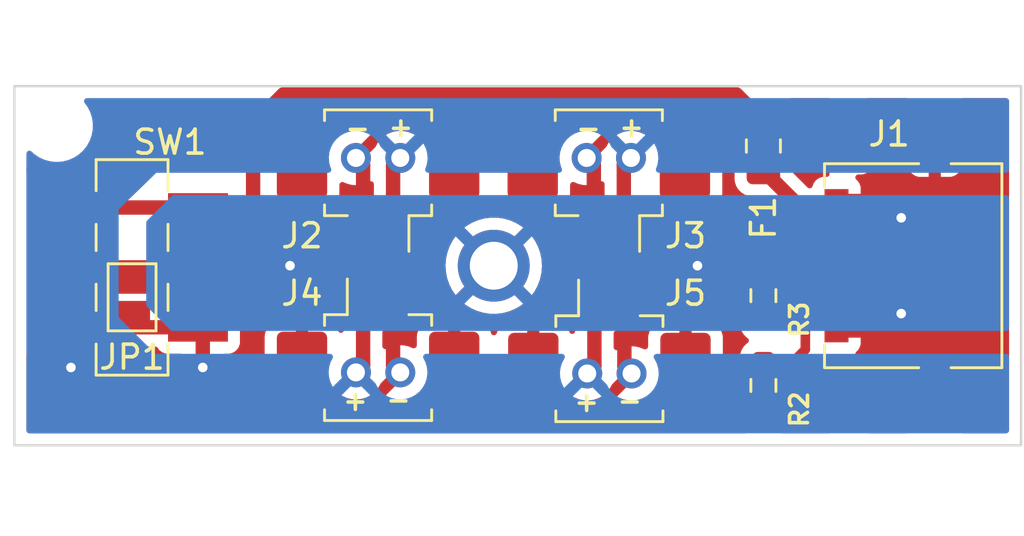
<source format=kicad_pcb>
(kicad_pcb (version 20211014) (generator pcbnew)
  (layers (0 "F.Cu" signal) (31 "B.Cu" signal) (34 "B.Paste" user) (35 "F.Paste" user) (36 "B.SilkS" user "B.Silkscreen") (37 "F.SilkS" user "F.Silkscreen") (38 "B.Mask" user) (39 "F.Mask" user) (44 "Edge.Cuts" user))
  (net 0 "")
  (net 1 "GND")
  (net 2 "/CC1")
  (net 3 "/CC2")
  (net 4 "Power_postSwitch")
  (net 5 "/VBUS")
  (net 6 "unconnected-(SW1-Pad3)")
  (net 7 "/Power_postFuse")
  (footprint "" (layer "F.Cu") (at 116.1 61.954548 180)
    (fp_text reference "" (at 0 0) (layer "F.SilkS") (effects (font (size 1.27 1.27))))
    (fp_text value "" (at 0 0) (layer "F.SilkS") (effects (font (size 1.27 1.27))))
    (pad "" thru_hole circle (at 0 0 270) (size 1.25 1.25) (drill 0.75) (layers F&B.Cu *.Mask) (net 1 "GND"))
  )
  (footprint "" (layer "F.Cu") (at 123.9 62 180)
    (fp_text reference "" (at 0 0) (layer "F.SilkS") (effects (font (size 1.27 1.27))))
    (fp_text value "" (at 0 0) (layer "F.SilkS") (effects (font (size 1.27 1.27))))
    (pad "" thru_hole circle (at 0 0 270) (size 1.25 1.25) (drill 0.75) (layers F&B.Cu *.Mask) (net 4 "Power_postSwitch"))
  )
  (footprint "" (layer "F.Cu") (at 101.77 51.66)
    (fp_text reference "" (at 0 0) (layer "F.SilkS") (effects (font (size 1.27 1.27))))
    (fp_text value "" (at 0 0) (layer "F.SilkS") (effects (font (size 1.27 1.27))))
    (pad "" np_thru_hole circle (at 0 0 90) (size 2 2) (drill 2) (layers F&B.Cu *.Mask))
  )
  (footprint "Connector_Molex:Molex_PicoBlade_53261-0271_1x02-1MP_P1.25mm_Horizontal" (layer "F.Cu") (at 124.825 61.3)
    (fp_text reference "J5" (at 3.175 -2.65) (layer "F.SilkS"))
    (fp_text value "Conn_01x02_MountingPin")
    (fp_line (start 2.235 2.71) (end 2.235 2.26) (layer "F.SilkS") (width 0.12))
    (fp_line (start -2.235 2.26) (end -2.235 2.71) (layer "F.SilkS") (width 0.12))
    (fp_line (start 2.235 -1.71) (end 1.285 -1.71) (layer "F.SilkS") (width 0.12))
    (fp_line (start -2.235 -1.26) (end -2.235 -1.71) (layer "F.SilkS") (width 0.12))
    (fp_line (start -1.285 -1.71) (end -1.285 -3.2) (layer "F.SilkS") (width 0.12))
    (fp_line (start -2.235 2.71) (end 2.235 2.71) (layer "F.SilkS") (width 0.12))
    (fp_line (start -2.235 -1.71) (end -1.285 -1.71) (layer "F.SilkS") (width 0.12))
    (fp_line (start 2.235 -1.26) (end 2.235 -1.71) (layer "F.SilkS") (width 0.12))
    (pad "1" smd roundrect (at -0.625 -2.4) (size 0.8 1.6) (layers "F.Cu" "F.Paste" "F.Mask") (net 4 "Power_postSwitch"))
    (pad "2" smd roundrect (at 0.625 -2.4) (size 0.8 1.6) (layers "F.Cu" "F.Paste" "F.Mask") (net 1 "GND"))
    (pad "MP" smd roundrect (at -3.175 0.5) (size 2.1 3) (layers "F.Cu" "F.Paste" "F.Mask") (roundrect_rratio 0.1190480952) (net 1 "GND"))
    (pad "MP" smd roundrect (at 3.175 0.5) (size 2.1 3) (layers "F.Cu" "F.Paste" "F.Mask") (roundrect_rratio 0.1190480952) (net 1 "GND"))
  )
  (footprint "Connector_Molex:Molex_PicoBlade_53261-0271_1x02-1MP_P1.25mm_Horizontal" (layer "F.Cu") (at 124.800994 53.7 180)
    (fp_text reference "J3" (at -3.199006 -2.55) (layer "F.SilkS"))
    (fp_text value "Conn_01x02_MountingPin")
    (fp_line (start 2.235 -1.71) (end 1.285 -1.71) (layer "F.SilkS") (width 0.12))
    (fp_line (start -1.285 -1.71) (end -1.285 -3.2) (layer "F.SilkS") (width 0.12))
    (fp_line (start 2.235 -1.26) (end 2.235 -1.71) (layer "F.SilkS") (width 0.12))
    (fp_line (start -2.235 2.71) (end 2.235 2.71) (layer "F.SilkS") (width 0.12))
    (fp_line (start -2.235 -1.26) (end -2.235 -1.71) (layer "F.SilkS") (width 0.12))
    (fp_line (start 2.235 2.71) (end 2.235 2.26) (layer "F.SilkS") (width 0.12))
    (fp_line (start -2.235 -1.71) (end -1.285 -1.71) (layer "F.SilkS") (width 0.12))
    (fp_line (start -2.235 2.26) (end -2.235 2.71) (layer "F.SilkS") (width 0.12))
    (pad "1" smd roundrect (at -0.625 -2.4 180) (size 0.8 1.6) (layers "F.Cu" "F.Paste" "F.Mask") (net 4 "Power_postSwitch"))
    (pad "2" smd roundrect (at 0.625 -2.4 180) (size 0.8 1.6) (layers "F.Cu" "F.Paste" "F.Mask") (net 1 "GND"))
    (pad "MP" smd roundrect (at -3.175 0.5 180) (size 2.1 3) (layers "F.Cu" "F.Paste" "F.Mask") (roundrect_rratio 0.1190480952) (net 1 "GND"))
    (pad "MP" smd roundrect (at 3.175 0.5 180) (size 2.1 3) (layers "F.Cu" "F.Paste" "F.Mask") (roundrect_rratio 0.1190480952) (net 1 "GND"))
  )
  (footprint "" (layer "F.Cu") (at 123.875994 53)
    (fp_text reference "" (at 0 0) (layer "F.SilkS") (effects (font (size 1.27 1.27))))
    (fp_text value "" (at 0 0) (layer "F.SilkS") (effects (font (size 1.27 1.27))))
    (pad "" thru_hole circle (at 0 0 90) (size 1.25 1.25) (drill 0.75) (layers F&B.Cu *.Mask) (net 1 "GND"))
  )
  (footprint "sensorstrip:JS202011SCQN" (layer "F.Cu") (at 104.91 57.57 90)
    (fp_text reference "SW1" (at 5.23 1.58) (layer "F.SilkS"))
    (fp_text value "SW_DPDT_x2")
    (fp_line (start 3.2 -1.5) (end 4.5 -1.5) (layer "F.SilkS") (width 0.12))
    (fp_line (start -4.5 1.5) (end -3.2 1.5) (layer "F.SilkS") (width 0.12))
    (fp_line (start -1.8 -1.5) (end -0.7 -1.5) (layer "F.SilkS") (width 0.12))
    (fp_line (start 4.5 -1.5) (end 4.5 1.5) (layer "F.SilkS") (width 0.12))
    (fp_line (start -4.5 -1.5) (end -4.5 1.5) (layer "F.SilkS") (width 0.12))
    (fp_line (start 0.7 -1.5) (end 1.8 -1.5) (layer "F.SilkS") (width 0.12))
    (fp_line (start -1.8 1.5) (end -0.7 1.5) (layer "F.SilkS") (width 0.12))
    (fp_line (start -4.5 -1.5) (end -3.2 -1.5) (layer "F.SilkS") (width 0.12))
    (fp_line (start 0.7 1.5) (end 1.8 1.5) (layer "F.SilkS") (width 0.12))
    (fp_line (start 3.2 1.5) (end 4.5 1.5) (layer "F.SilkS") (width 0.12))
    (pad "1" smd rect (at -2.5 2.75 90) (size 1.2 2.5) (layers "F.Cu" "F.Paste" "F.Mask") (net 4 "Power_postSwitch"))
    (pad "2" smd rect (at 0 2.75 90) (size 1.2 2.5) (layers "F.Cu" "F.Paste" "F.Mask") (net 7 "/Power_postFuse"))
    (pad "3" smd rect (at 2.5 2.75 90) (size 1.2 2.5) (layers "F.Cu" "F.Paste" "F.Mask") (net 6 "unconnected-(SW1-Pad3)"))
    (pad "4" smd rect (at -2.5 -2.75 90) (size 1.2 2.5) (layers "F.Cu" "F.Paste" "F.Mask") (net 4 "Power_postSwitch"))
    (pad "5" smd rect (at 0 -2.75 90) (size 1.2 2.5) (layers "F.Cu" "F.Paste" "F.Mask") (net 7 "/Power_postFuse"))
    (pad "6" smd rect (at 2.5 -2.75 90) (size 1.2 2.5) (layers "F.Cu" "F.Paste" "F.Mask") (net 6 "unconnected-(SW1-Pad3)"))
  )
  (footprint "Fuse:Fuse_0805_2012Metric_Pad1.15x1.40mm_HandSolder" (layer "F.Cu") (at 131.25 52.5 90)
    (fp_text reference "F1" (at -3 0 90) (layer "F.SilkS"))
    (fp_text value "Polyfuse")
    (fp_line (start -0.261252 0.71) (end 0.261252 0.71) (layer "F.SilkS") (width 0.12))
    (fp_line (start -0.261252 -0.71) (end 0.261252 -0.71) (layer "F.SilkS") (width 0.12))
    (pad "1" smd roundrect (at -1.025 0 90) (size 1.15 1.4) (layers "F.Cu" "F.Paste" "F.Mask") (roundrect_rratio 0.2173913043) (net 5 "/VBUS"))
    (pad "2" smd roundrect (at 1.025 0 90) (size 1.15 1.4) (layers "F.Cu" "F.Paste" "F.Mask") (roundrect_rratio 0.2173913043) (net 7 "/Power_postFuse"))
  )
  (footprint "Jumper:SolderJumper-2_P1.3mm_Open_Pad1.0x1.5mm" (layer "F.Cu") (at 104.91 58.82 90)
    (fp_text reference "JP1" (at -2.5 0) (layer "F.SilkS"))
    (fp_text value "SolderJumper_2_Open")
    (fp_line (start 1.4 1) (end -1.4 1) (layer "F.SilkS") (width 0.12))
    (fp_line (start -1.4 1) (end -1.4 -1) (layer "F.SilkS") (width 0.12))
    (fp_line (start -1.4 -1) (end 1.4 -1) (layer "F.SilkS") (width 0.12))
    (fp_line (start 1.4 -1) (end 1.4 1) (layer "F.SilkS") (width 0.12))
    (pad "1" smd rect (at -0.65 0 90) (size 1 1.5) (layers "F.Cu" "F.Mask") (net 4 "Power_postSwitch"))
    (pad "2" smd rect (at 0.65 0 90) (size 1 1.5) (layers "F.Cu" "F.Mask") (net 7 "/Power_postFuse"))
  )
  (footprint "" (layer "F.Cu") (at 120.025 57.75)
    (fp_text reference "" (at 0 0) (layer "F.SilkS") (effects (font (size 1.27 1.27))))
    (fp_text value "" (at 0 0) (layer "F.SilkS") (effects (font (size 1.27 1.27))))
    (pad "" thru_hole circle (at -0.025 -0.25 90) (size 3 3) (drill 2) (layers *.Cu *.Mask) (net 1 "GND"))
  )
  (footprint "Resistor_SMD:R_0603_1608Metric_Pad0.98x0.95mm_HandSolder" (layer "F.Cu") (at 131.25 58.75 -90)
    (fp_text reference "R3" (at 1 -1.5 90) (layer "F.SilkS") (effects (font (size 0.75 0.75))))
    (fp_text value "5.1K")
    (fp_line (start -0.254724 0.5225) (end 0.254724 0.5225) (layer "F.SilkS") (width 0.12))
    (fp_line (start -0.254724 -0.5225) (end 0.254724 -0.5225) (layer "F.SilkS") (width 0.12))
    (pad "1" smd roundrect (at -0.9125 0 270) (size 0.975 0.95) (layers "F.Cu" "F.Paste" "F.Mask") (net 1 "GND"))
    (pad "2" smd roundrect (at 0.9125 0 270) (size 0.975 0.95) (layers "F.Cu" "F.Paste" "F.Mask") (net 3 "/CC2"))
  )
  (footprint "Connector_Molex:Molex_PicoBlade_53261-0271_1x02-1MP_P1.25mm_Horizontal" (layer "F.Cu") (at 115.175 53.7 180)
    (fp_text reference "J2" (at 3.175 -2.55) (layer "F.SilkS"))
    (fp_text value "Conn_01x02_MountingPin")
    (fp_line (start -2.235 2.26) (end -2.235 2.71) (layer "F.SilkS") (width 0.12))
    (fp_line (start -1.285 -1.71) (end -1.285 -3.2) (layer "F.SilkS") (width 0.12))
    (fp_line (start -2.235 2.71) (end 2.235 2.71) (layer "F.SilkS") (width 0.12))
    (fp_line (start -2.235 -1.26) (end -2.235 -1.71) (layer "F.SilkS") (width 0.12))
    (fp_line (start 2.235 -1.26) (end 2.235 -1.71) (layer "F.SilkS") (width 0.12))
    (fp_line (start -2.235 -1.71) (end -1.285 -1.71) (layer "F.SilkS") (width 0.12))
    (fp_line (start 2.235 2.71) (end 2.235 2.26) (layer "F.SilkS") (width 0.12))
    (fp_line (start 2.235 -1.71) (end 1.285 -1.71) (layer "F.SilkS") (width 0.12))
    (pad "1" smd roundrect (at -0.625 -2.4 180) (size 0.8 1.6) (layers "F.Cu" "F.Paste" "F.Mask") (net 4 "Power_postSwitch"))
    (pad "2" smd roundrect (at 0.625 -2.4 180) (size 0.8 1.6) (layers "F.Cu" "F.Paste" "F.Mask") (net 1 "GND"))
    (pad "MP" smd roundrect (at -3.175 0.5 180) (size 2.1 3) (layers "F.Cu" "F.Paste" "F.Mask") (roundrect_rratio 0.1190480952) (net 1 "GND"))
    (pad "MP" smd roundrect (at 3.175 0.5 180) (size 2.1 3) (layers "F.Cu" "F.Paste" "F.Mask") (roundrect_rratio 0.1190480952) (net 1 "GND"))
  )
  (footprint "" (layer "F.Cu") (at 114.575 53)
    (fp_text reference "" (at 0 0) (layer "F.SilkS") (effects (font (size 1.27 1.27))))
    (fp_text value "" (at 0 0) (layer "F.SilkS") (effects (font (size 1.27 1.27))))
    (pad "" thru_hole circle (at -0.325 0 90) (size 1.25 1.25) (drill 0.75) (layers *.Cu *.Mask) (net 1 "GND"))
  )
  (footprint "sensorstrip:DEALON USB Type-C 6Pin" (layer "F.Cu") (at 134.3 57.5 90)
    (fp_text reference "J1" (at 5.5 2.195 unlocked) (layer "F.SilkS"))
    (fp_text value "USB_C_Receptacle_PowerOnly")
    (fp_line (start 4.26 4.78) (end 4.26 6.9) (layer "F.SilkS") (width 0.12))
    (fp_line (start -4.26 -0.5) (end -4.26 3.43) (layer "F.SilkS") (width 0.12))
    (fp_line (start -4.26 4.78) (end -4.26 6.9) (layer "F.SilkS") (width 0.12))
    (fp_line (start 4.26 3.43) (end 4.26 -0.5) (layer "F.SilkS") (width 0.12))
    (fp_line (start -3.3 -0.5) (end -4.25 -0.5) (layer "F.SilkS") (width 0.12))
    (fp_line (start -4.26 6.9) (end 4.26 6.9) (layer "F.SilkS") (width 0.12))
    (fp_line (start 4.26 -0.5) (end 3.3 -0.5) (layer "F.SilkS") (width 0.12))
    (pad "A5" smd rect (at -0.5 0 90) (size 0.7 1) (layers "F.Cu" "F.Paste" "F.Mask") (net 2 "/CC1"))
    (pad "A9" smd rect (at 1.52 0 90) (size 0.8 1) (layers "F.Cu" "F.Paste" "F.Mask") (net 5 "/VBUS"))
    (pad "A12" smd rect (at 2.75 0 90) (size 0.9 1) (layers "F.Cu" "F.Paste" "F.Mask") (net 1 "GND"))
    (pad "B5" smd rect (at 0.5 0 90) (size 0.7 1) (layers "F.Cu" "F.Paste" "F.Mask") (net 3 "/CC2"))
    (pad "B9" smd rect (at -1.52 0 90) (size 0.8 1) (layers "F.Cu" "F.Paste" "F.Mask") (net 5 "/VBUS"))
    (pad "B12" smd rect (at -2.75 0 90) (size 0.9 1) (layers "F.Cu" "F.Paste" "F.Mask") (net 1 "GND"))
    (pad "S1" smd rect (at 5.32 0.5 90) (size 2 1) (layers "F.Cu" "F.Paste" "F.Mask") (net 1 "GND"))
    (pad "S1" smd rect (at -5.32 0.5 90) (size 2 1) (layers "F.Cu" "F.Paste" "F.Mask") (net 1 "GND"))
    (pad "S1" smd rect (at 5.42 4.1 90) (size 2.4 1.2) (layers "F.Cu" "F.Paste" "F.Mask") (net 1 "GND"))
    (pad "S1" smd rect (at -5.42 4.1 90) (size 2.4 1.2) (layers "F.Cu" "F.Paste" "F.Mask") (net 1 "GND"))
  )
  (footprint "Resistor_SMD:R_0603_1608Metric_Pad0.98x0.95mm_HandSolder" (layer "F.Cu") (at 131.25 62.5 90)
    (fp_text reference "R2" (at -1 1.5 90) (layer "F.SilkS") (effects (font (size 0.75 0.75))))
    (fp_text value "5.1K")
    (fp_line (start -0.254724 -0.5225) (end 0.254724 -0.5225) (layer "F.SilkS") (width 0.12))
    (fp_line (start -0.254724 0.5225) (end 0.254724 0.5225) (layer "F.SilkS") (width 0.12))
    (pad "1" smd roundrect (at -0.9125 0 90) (size 0.975 0.95) (layers "F.Cu" "F.Paste" "F.Mask") (net 1 "GND"))
    (pad "2" smd roundrect (at 0.9125 0 90) (size 0.975 0.95) (layers "F.Cu" "F.Paste" "F.Mask") (net 2 "/CC1"))
  )
  (footprint "" (layer "F.Cu") (at 114.25 61.954548 180)
    (fp_text reference "" (at 0 0) (layer "F.SilkS") (effects (font (size 1.27 1.27))))
    (fp_text value "" (at 0 0) (layer "F.SilkS") (effects (font (size 1.27 1.27))))
    (pad "" thru_hole circle (at 0 0 270) (size 1.25 1.25) (drill 0.75) (layers F&B.Cu *.Mask) (net 4 "Power_postSwitch"))
  )
  (footprint "" (layer "F.Cu") (at 125.725994 53)
    (fp_text reference "" (at 0 0) (layer "F.SilkS") (effects (font (size 1.27 1.27))))
    (fp_text value "" (at 0 0) (layer "F.SilkS") (effects (font (size 1.27 1.27))))
    (pad "" thru_hole circle (at 0 0 90) (size 1.25 1.25) (drill 0.75) (layers F&B.Cu *.Mask) (net 4 "Power_postSwitch"))
  )
  (footprint "" (layer "F.Cu") (at 116.075 53)
    (fp_text reference "" (at 0 0) (layer "F.SilkS") (effects (font (size 1.27 1.27))))
    (fp_text value "" (at 0 0) (layer "F.SilkS") (effects (font (size 1.27 1.27))))
    (pad "" thru_hole circle (at 0.025 0 90) (size 1.25 1.25) (drill 0.75) (layers *.Cu *.Mask) (net 4 "Power_postSwitch"))
  )
  (footprint "" (layer "F.Cu") (at 125.75 62 180)
    (fp_text reference "" (at 0 0) (layer "F.SilkS") (effects (font (size 1.27 1.27))))
    (fp_text value "" (at 0 0) (layer "F.SilkS") (effects (font (size 1.27 1.27))))
    (pad "" thru_hole circle (at 0 0 270) (size 1.25 1.25) (drill 0.75) (layers F&B.Cu *.Mask) (net 1 "GND"))
  )
  (footprint "Connector_Molex:Molex_PicoBlade_53261-0271_1x02-1MP_P1.25mm_Horizontal" (layer "F.Cu") (at 115.175 61.254548)
    (fp_text reference "J4" (at -3.175 -2.604548) (layer "F.SilkS"))
    (fp_text value "Conn_01x02_MountingPin")
    (fp_line (start -2.235 -1.71) (end -1.285 -1.71) (layer "F.SilkS") (width 0.12))
    (fp_line (start -2.235 2.26) (end -2.235 2.71) (layer "F.SilkS") (width 0.12))
    (fp_line (start 2.235 -1.71) (end 1.285 -1.71) (layer "F.SilkS") (width 0.12))
    (fp_line (start 2.235 2.71) (end 2.235 2.26) (layer "F.SilkS") (width 0.12))
    (fp_line (start -2.235 -1.26) (end -2.235 -1.71) (layer "F.SilkS") (width 0.12))
    (fp_line (start -1.285 -1.71) (end -1.285 -3.2) (layer "F.SilkS") (width 0.12))
    (fp_line (start 2.235 -1.26) (end 2.235 -1.71) (layer "F.SilkS") (width 0.12))
    (fp_line (start -2.235 2.71) (end 2.235 2.71) (layer "F.SilkS") (width 0.12))
    (pad "1" smd roundrect (at -0.625 -2.4) (size 0.8 1.6) (layers "F.Cu" "F.Paste" "F.Mask") (net 4 "Power_postSwitch"))
    (pad "2" smd roundrect (at 0.625 -2.4) (size 0.8 1.6) (layers "F.Cu" "F.Paste" "F.Mask") (net 1 "GND"))
    (pad "MP" smd roundrect (at 3.175 0.5) (size 2.1 3) (layers "F.Cu" "F.Paste" "F.Mask") (roundrect_rratio 0.1190480952) (net 1 "GND"))
    (pad "MP" smd roundrect (at -3.175 0.5) (size 2.1 3) (layers "F.Cu" "F.Paste" "F.Mask") (roundrect_rratio 0.1190480952) (net 1 "GND"))
  )
  (gr_rect (start 100 50) (end 142 65) (layer "Edge.Cuts") (width 0.1) (fill none))
  (gr_text "+" (at 114.225994 63.25 180) (layer "F.SilkS") (effects (font (size 0.8 0.8))))
  (gr_text "+" (at 123.875994 63.295452 180) (layer "F.SilkS") (effects (font (size 0.8 0.8))))
  (gr_text "-" (at 125.675 63.25 180) (layer "F.SilkS") (effects (font (size 0.8 0.8))))
  (gr_text "+" (at 125.75 51.704548) (layer "F.SilkS") (effects (font (size 0.8 0.8))))
  (gr_text "+" (at 116.124006 51.704548) (layer "F.SilkS") (effects (font (size 0.8 0.8))))
  (gr_text "-" (at 114.325 51.75) (layer "F.SilkS") (effects (font (size 0.8 0.8))))
  (gr_text "-" (at 116.025 63.204548 180) (layer "F.SilkS") (effects (font (size 0.8 0.8))))
  (gr_text "-" (at 123.950994 51.75) (layer "F.SilkS") (effects (font (size 0.8 0.8))))
  (segment (start 125.45 61.7) (end 125.75 62) (width 0.6) (layer "F.Cu") (net 1))
  (segment (start 114.55 53.3) (end 114.25 53) (width 0.6) (layer "F.Cu") (net 1))
  (segment (start 124.175994 53.3) (end 123.875994 53) (width 0.6) (layer "F.Cu") (net 1))
  (segment (start 125.45 58.9) (end 125.45 61.7) (width 0.6) (layer "F.Cu") (net 1))
  (segment (start 114.55 56.1) (end 114.55 53.3) (width 0.6) (layer "F.Cu") (net 1))
  (segment (start 124.175994 56.1) (end 124.175994 53.3) (width 0.6) (layer "F.Cu") (net 1))
  (segment (start 115.8 58.854548) (end 115.8 61.654548) (width 0.6) (layer "F.Cu") (net 1))
  (segment (start 115.8 61.654548) (end 116.1 61.954548) (width 0.6) (layer "F.Cu") (net 1))
  (via (at 128.5 57.5) (size 0.8) (drill 0.4) (layers "F.Cu" "B.Cu") (net 1))
  (via (at 137 59.5) (size 0.8) (drill 0.4) (layers "F.Cu" "B.Cu") (net 1))
  (via (at 111.5 57.5) (size 0.8) (drill 0.4) (layers "F.Cu" "B.Cu") (net 1))
  (via (at 137 55.5) (size 0.8) (drill 0.4) (layers "F.Cu" "B.Cu") (net 1))
  (segment (start 133 61) (end 132.4125 61.5875) (width 0.4) (layer "F.Cu") (net 2))
  (segment (start 133 58.405) (end 133 61) (width 0.4) (layer "F.Cu") (net 2))
  (segment (start 132.4125 61.5875) (end 131.25 61.5875) (width 0.4) (layer "F.Cu") (net 2))
  (segment (start 133.405 58) (end 133 58.405) (width 0.4) (layer "F.Cu") (net 2))
  (segment (start 134.305 58) (end 133.405 58) (width 0.4) (layer "F.Cu") (net 2))
  (segment (start 133.405 57) (end 132.4 58.005) (width 0.4) (layer "F.Cu") (net 3))
  (segment (start 132.4 58.005) (end 132.4 59) (width 0.4) (layer "F.Cu") (net 3))
  (segment (start 134.305 57) (end 133.405 57) (width 0.4) (layer "F.Cu") (net 3))
  (segment (start 131.7375 59.6625) (end 131.25 59.6625) (width 0.4) (layer "F.Cu") (net 3))
  (segment (start 132.4 59) (end 131.7375 59.6625) (width 0.4) (layer "F.Cu") (net 3))
  (segment (start 102.36 60.07) (end 107.86 60.07) (width 0.6) (layer "F.Cu") (net 4))
  (segment (start 124.2 61.7) (end 123.9 62) (width 0.6) (layer "F.Cu") (net 4))
  (segment (start 114.55 61.654548) (end 114.25 61.954548) (width 0.6) (layer "F.Cu") (net 4))
  (segment (start 102.36 60.07) (end 102.36 61.75) (width 0.6) (layer "F.Cu") (net 4))
  (segment (start 125.425994 53.3) (end 125.725994 53) (width 0.6) (layer "F.Cu") (net 4))
  (segment (start 125.425994 56.1) (end 125.425994 53.3) (width 0.6) (layer "F.Cu") (net 4))
  (segment (start 115.8 56.1) (end 115.8 53.3) (width 0.6) (layer "F.Cu") (net 4))
  (segment (start 107.86 60.07) (end 107.86 61.75) (width 0.6) (layer "F.Cu") (net 4))
  (segment (start 114.55 58.854548) (end 114.55 61.654548) (width 0.6) (layer "F.Cu") (net 4))
  (segment (start 124.2 58.9) (end 124.2 61.7) (width 0.6) (layer "F.Cu") (net 4))
  (segment (start 115.8 53.3) (end 116.1 53) (width 0.6) (layer "F.Cu") (net 4))
  (via (at 107.86 61.75) (size 0.8) (drill 0.4) (layers "F.Cu" "B.Cu") (net 4))
  (via (at 102.36 61.75) (size 0.8) (drill 0.4) (layers "F.Cu" "B.Cu") (net 4))
  (segment (start 134.3 59.02) (end 135.23 59.02) (width 0.6) (layer "F.Cu") (net 5))
  (segment (start 135.35 56.1) (end 135.23 55.98) (width 0.6) (layer "F.Cu") (net 5))
  (segment (start 135.23 55.98) (end 134.3 55.98) (width 0.6) (layer "F.Cu") (net 5))
  (segment (start 135.35 58.9) (end 135.35 56.1) (width 0.6) (layer "F.Cu") (net 5))
  (segment (start 134.3 55.98) (end 133.705 55.98) (width 0.6) (layer "F.Cu") (net 5))
  (segment (start 135.23 59.02) (end 135.35 58.9) (width 0.6) (layer "F.Cu") (net 5))
  (segment (start 133.705 55.98) (end 131.25 53.525) (width 0.6) (layer "F.Cu") (net 5))
  (segment (start 107.66 55.07) (end 102.16 55.07) (width 0.6) (layer "F.Cu") (net 6))
  (segment (start 109.96 55.72) (end 108.11 57.57) (width 0.6) (layer "F.Cu") (net 7))
  (segment (start 131.25 51.475) (end 130.125 50.35) (width 0.6) (layer "F.Cu") (net 7))
  (segment (start 130.125 50.35) (end 111.22 50.35) (width 0.6) (layer "F.Cu") (net 7))
  (segment (start 107.66 57.57) (end 102.16 57.57) (width 0.6) (layer "F.Cu") (net 7))
  (segment (start 111.22 50.35) (end 109.96 51.61) (width 0.6) (layer "F.Cu") (net 7))
  (segment (start 109.96 51.61) (end 109.96 55.72) (width 0.6) (layer "F.Cu") (net 7))
  (zone (net 1) (net_name "GND") (layer "F.Cu") (connect_pads (clearance 0.5)) (min_thickness 0.254) (fill yes (thermal_gap 0.508) (thermal_bridge_width 0.508))
    (polygon (pts (xy 142.13 65.05) (xy 99.4 65.05) (xy 99.4 49) (xy 142.13 49)))
  )
  (zone (net 1) (net_name "GND") (layer "B.Cu") (connect_pads (clearance 0.5)) (min_thickness 0.254) (fill yes (thermal_gap 0.508) (thermal_bridge_width 0.508))
    (polygon (pts (xy 141.625 60.225) (xy 106.55 60.225) (xy 105.5 59.175) (xy 105.5 55.65) (xy 106.6 54.55) (xy 141.625 54.55)))
  )
  (zone (net 4) (net_name "Power_postSwitch") (layer "B.Cu") (connect_pads (clearance 0.5)) (min_thickness 0.254) (fill yes (thermal_gap 0.508) (thermal_bridge_width 0.508))
    (polygon (pts (xy 141.675 64.8) (xy 99.55 64.8) (xy 99.55 61.18) (xy 141.675 61.18)))
  )
  (zone (net 4) (net_name "Power_postSwitch") (layer "B.Cu") (connect_pads (clearance 0.5)) (min_thickness 0.254) (fill yes (thermal_gap 0.508) (thermal_bridge_width 0.508))
    (polygon (pts (xy 141.675 53.62) (xy 99.8 53.62) (xy 99.8 49.2) (xy 141.675 49.2)))
  )
  (zone (net 4) (net_name "Power_postSwitch") (layer "B.Cu") (connect_pads (clearance 0.5)) (min_thickness 0.254) (fill yes (thermal_gap 0.508) (thermal_bridge_width 0.508))
    (polygon (pts (xy 104.35 55.15) (xy 104.35 59.65) (xy 105.9 61.2) (xy 99.775 61.2) (xy 99.775 53.4) (xy 106.15 53.4)))
  )
)
</source>
